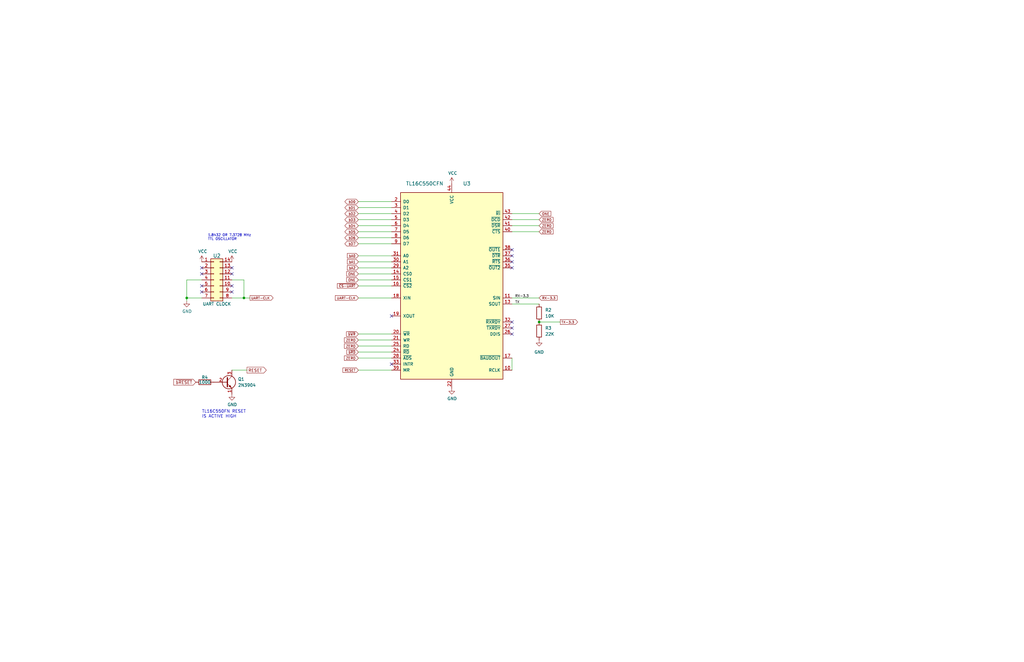
<source format=kicad_sch>
(kicad_sch (version 20211123) (generator eeschema)
  (paper "B")
  (lib_symbols
    (symbol "Connector_Generic:Conn_02x07_Counter_Clockwise" (pin_names (offset 1.016) hide)
      (property "Reference" "J" (at 1.27 10.16 0))
      (property "Value" "Conn_02x07_Counter_Clockwise" (at 1.27 -10.16 0))
      (symbol "Conn_02x07_Counter_Clockwise_1_1"
        (rectangle (start -1.27 -7.493) (end 0 -7.747) (stroke (width 0.1524)))
        (rectangle (start -1.27 -4.953) (end 0 -5.207) (stroke (width 0.1524)))
        (rectangle (start -1.27 -2.413) (end 0 -2.667) (stroke (width 0.1524)))
        (rectangle (start -1.27 0.127) (end 0 -0.127) (stroke (width 0.1524)))
        (rectangle (start -1.27 2.667) (end 0 2.413) (stroke (width 0.1524)))
        (rectangle (start -1.27 5.207) (end 0 4.953) (stroke (width 0.1524)))
        (rectangle (start -1.27 7.747) (end 0 7.493) (stroke (width 0.1524)))
        (rectangle (start -1.27 8.89) (end 3.81 -8.89) (stroke (width 0.254)) (fill (type background)))
        (rectangle (start 3.81 -7.493) (end 2.54 -7.747) (stroke (width 0.1524)))
        (rectangle (start 3.81 -4.953) (end 2.54 -5.207) (stroke (width 0.1524)))
        (rectangle (start 3.81 -2.413) (end 2.54 -2.667) (stroke (width 0.1524)))
        (rectangle (start 3.81 0.127) (end 2.54 -0.127) (stroke (width 0.1524)))
        (rectangle (start 3.81 2.667) (end 2.54 2.413) (stroke (width 0.1524)))
        (rectangle (start 3.81 5.207) (end 2.54 4.953) (stroke (width 0.1524)))
        (rectangle (start 3.81 7.747) (end 2.54 7.493) (stroke (width 0.1524)))
        (pin passive line (at -5.08 7.62 0) (length 3.81) (name "Pin_1") (number "1"))
        (pin passive line (at 7.62 -2.54 180) (length 3.81) (name "Pin_10") (number "10"))
        (pin passive line (at 7.62 0 180) (length 3.81) (name "Pin_11") (number "11"))
        (pin passive line (at 7.62 2.54 180) (length 3.81) (name "Pin_12") (number "12"))
        (pin passive line (at 7.62 5.08 180) (length 3.81) (name "Pin_13") (number "13"))
        (pin passive line (at 7.62 7.62 180) (length 3.81) (name "Pin_14") (number "14"))
        (pin passive line (at -5.08 5.08 0) (length 3.81) (name "Pin_2") (number "2"))
        (pin passive line (at -5.08 2.54 0) (length 3.81) (name "Pin_3") (number "3"))
        (pin passive line (at -5.08 0 0) (length 3.81) (name "Pin_4") (number "4"))
        (pin passive line (at -5.08 -2.54 0) (length 3.81) (name "Pin_5") (number "5"))
        (pin passive line (at -5.08 -5.08 0) (length 3.81) (name "Pin_6") (number "6"))
        (pin passive line (at -5.08 -7.62 0) (length 3.81) (name "Pin_7") (number "7"))
        (pin passive line (at 7.62 -7.62 180) (length 3.81) (name "Pin_8") (number "8"))
        (pin passive line (at 7.62 -5.08 180) (length 3.81) (name "Pin_9") (number "9"))
      )
    )
    (symbol "Device:R" (pin_numbers hide) (pin_names (offset 0))
      (property "Reference" "R" (at 2.032 0 90))
      (property "Value" "R" (at 0 0 90))
      (symbol "R_0_1"
        (rectangle (start -1.016 -2.54) (end 1.016 2.54) (stroke (width 0.254)))
      )
      (symbol "R_1_1"
        (pin passive line (at 0 3.81 270) (length 1.27) (name "~") (number "1"))
        (pin passive line (at 0 -3.81 90) (length 1.27) (name "~") (number "2"))
      )
    )
    (symbol "TL16C550CFN:TL16C550CFN-Interface_UART" (pin_names (offset 1.016))
      (property "Reference" "U14" (at 6.35 43.18 0))
      (property "Value" "TL16C550CFN-Interface_UART" (at -11.43 43.18 0))
      (symbol "TL16C550CFN-Interface_UART_1_1"
        (rectangle (start -21.59 -39.37) (end 21.59 39.37) (stroke (width 0.254)) (fill (type background)))
        (pin no_connect line (at -13.97 -44.45 90) (length 5.08) hide (name "nc") (number "1"))
        (pin input line (at 25.4 -35.56 180) (length 3.81) (name "RCLK") (number "10"))
        (pin input line (at 25.4 -5.08 180) (length 3.81) (name "SIN") (number "11"))
        (pin no_connect line (at -11.43 -44.45 90) (length 5.08) hide (name "nc") (number "12"))
        (pin output line (at 25.4 -7.62 180) (length 3.81) (name "SOUT") (number "13"))
        (pin input line (at -25.4 5.08 0) (length 3.81) (name "CS0") (number "14"))
        (pin input line (at -25.4 2.54 0) (length 3.81) (name "CS1") (number "15"))
        (pin input line (at -25.4 0 0) (length 3.81) (name "~{CS2}") (number "16"))
        (pin output line (at 25.4 -30.48 180) (length 3.81) (name "~{BAUDOUT}") (number "17"))
        (pin input line (at -25.4 -5.08 0) (length 3.81) (name "XIN") (number "18"))
        (pin output line (at -25.4 -12.7 0) (length 3.81) (name "XOUT") (number "19"))
        (pin bidirectional line (at -25.4 35.56 0) (length 3.81) (name "D0") (number "2"))
        (pin input line (at -25.4 -20.32 0) (length 3.81) (name "~{WR}") (number "20"))
        (pin input line (at -25.4 -22.86 0) (length 3.81) (name "WR") (number "21"))
        (pin power_in line (at 0 -43.18 90) (length 3.81) (name "GND") (number "22"))
        (pin no_connect line (at -8.89 -44.45 90) (length 5.08) hide (name "nc") (number "23"))
        (pin input line (at -25.4 -27.94 0) (length 3.81) (name "~{RD}") (number "24"))
        (pin input line (at -25.4 -25.4 0) (length 3.81) (name "RD") (number "25"))
        (pin output line (at 25.4 -20.32 180) (length 3.81) (name "DDIS") (number "26"))
        (pin output line (at 25.4 -17.78 180) (length 3.81) (name "~{TXRDY}") (number "27"))
        (pin input line (at -25.4 -30.48 0) (length 3.81) (name "~{ADS}") (number "28"))
        (pin input line (at -25.4 7.62 0) (length 3.81) (name "A2") (number "29"))
        (pin bidirectional line (at -25.4 33.02 0) (length 3.81) (name "D1") (number "3"))
        (pin input line (at -25.4 10.16 0) (length 3.81) (name "A1") (number "30"))
        (pin input line (at -25.4 12.7 0) (length 3.81) (name "A0") (number "31"))
        (pin output line (at 25.4 -15.24 180) (length 3.81) (name "~{RXRDY}") (number "32"))
        (pin output line (at -25.4 -33.02 0) (length 3.81) (name "INTR") (number "33"))
        (pin no_connect line (at -6.35 -44.45 90) (length 5.08) hide (name "nc") (number "34"))
        (pin output line (at 25.4 7.62 180) (length 3.81) (name "~{OUT2}") (number "35"))
        (pin output line (at 25.4 10.16 180) (length 3.81) (name "~{RTS}") (number "36"))
        (pin output line (at 25.4 12.7 180) (length 3.81) (name "~{DTR}") (number "37"))
        (pin output line (at 25.4 15.24 180) (length 3.81) (name "~{OUT1}") (number "38"))
        (pin input line (at -25.4 -35.56 0) (length 3.81) (name "MR") (number "39"))
        (pin bidirectional line (at -25.4 30.48 0) (length 3.81) (name "D2") (number "4"))
        (pin input line (at 25.4 22.86 180) (length 3.81) (name "~{CTS}") (number "40"))
        (pin input line (at 25.4 25.4 180) (length 3.81) (name "~{DSR}") (number "41"))
        (pin input line (at 25.4 27.94 180) (length 3.81) (name "~{DCD}") (number "42"))
        (pin input line (at 25.4 30.48 180) (length 3.81) (name "~{RI}") (number "43"))
        (pin power_in line (at 0 43.18 270) (length 3.81) (name "VCC") (number "44"))
        (pin bidirectional line (at -25.4 27.94 0) (length 3.81) (name "D3") (number "5"))
        (pin bidirectional line (at -25.4 25.4 0) (length 3.81) (name "D4") (number "6"))
        (pin bidirectional line (at -25.4 22.86 0) (length 3.81) (name "D5") (number "7"))
        (pin bidirectional line (at -25.4 20.32 0) (length 3.81) (name "D6") (number "8"))
        (pin bidirectional line (at -25.4 17.78 0) (length 3.81) (name "D7") (number "9"))
      )
    )
    (symbol "Transistor_BJT:2N3904" (pin_names (offset 0) hide)
      (property "Reference" "Q" (at 5.08 1.905 0))
      (property "Value" "2N3904" (at 5.08 0 0))
      (symbol "2N3904_0_1"
        (polyline (pts (xy 0.635 0.635) (xy 2.54 2.54)))
        (polyline (pts (xy 0.635 -0.635) (xy 2.54 -2.54) (xy 2.54 -2.54)))
        (polyline (pts (xy 0.635 1.905) (xy 0.635 -1.905) (xy 0.635 -1.905)) (stroke (width 0.508)))
        (polyline (pts (xy 1.27 -1.778) (xy 1.778 -1.27) (xy 2.286 -2.286) (xy 1.27 -1.778) (xy 1.27 -1.778)) (fill (type outline)))
        (circle (center 1.27 0) (radius 2.8194) (stroke (width 0.254)))
      )
      (symbol "2N3904_1_1"
        (pin passive line (at 2.54 -5.08 90) (length 2.54) (name "E") (number "1"))
        (pin passive line (at -5.08 0 0) (length 5.715) (name "B") (number "2"))
        (pin passive line (at 2.54 5.08 270) (length 2.54) (name "C") (number "3"))
      )
    )
    (symbol "power:GND" (power) (pin_names (offset 0))
      (property "Value" "GND" (at 0 -3.81 0))
      (symbol "GND_0_1"
        (polyline (pts (xy 0 0) (xy 0 -1.27) (xy 1.27 -1.27) (xy 0 -2.54) (xy -1.27 -1.27) (xy 0 -1.27)))
      )
      (symbol "GND_1_1"
        (pin power_in line (at 0 0 270) (length 0) hide (name "GND") (number "1"))
      )
    )
    (symbol "power:VCC" (power) (pin_names (offset 0))
      (property "Value" "VCC" (at 0 3.81 0))
      (symbol "VCC_0_1"
        (polyline (pts (xy -0.762 1.27) (xy 0 2.54)))
        (polyline (pts (xy 0 0) (xy 0 2.54)))
        (polyline (pts (xy 0 2.54) (xy 0.762 1.27)))
      )
      (symbol "VCC_1_1"
        (pin power_in line (at 0 0 90) (length 0) hide (name "VCC") (number "1"))
      )
    )
  )
  (junction (at 227.33 135.89))
  (junction (at 78.74 125.73))
  (junction (at 102.87 125.73))
  (no_connect (at 97.79 115.57))
  (no_connect (at 165.1 153.67))
  (no_connect (at 85.09 120.65))
  (no_connect (at 215.9 107.95))
  (no_connect (at 215.9 105.41))
  (no_connect (at 97.79 123.19))
  (no_connect (at 165.1 133.35))
  (no_connect (at 85.09 123.19))
  (no_connect (at 215.9 113.03))
  (no_connect (at 215.9 140.97))
  (no_connect (at 85.09 115.57))
  (no_connect (at 97.79 120.65))
  (no_connect (at 97.79 113.03))
  (no_connect (at 215.9 138.43))
  (no_connect (at 85.09 113.03))
  (no_connect (at 215.9 135.89))
  (no_connect (at 215.9 110.49))
  (wire (pts (xy 165.1 151.13) (xy 151.13 151.13)))
  (wire (pts (xy 78.74 118.11) (xy 78.74 125.73)))
  (wire (pts (xy 151.13 87.63) (xy 165.1 87.63)))
  (wire (pts (xy 85.09 118.11) (xy 78.74 118.11)))
  (wire (pts (xy 227.33 97.79) (xy 215.9 97.79)))
  (wire (pts (xy 215.9 95.25) (xy 227.33 95.25)))
  (wire (pts (xy 227.33 128.27) (xy 215.9 128.27)))
  (wire (pts (xy 78.74 127) (xy 78.74 125.73)))
  (wire (pts (xy 151.13 100.33) (xy 165.1 100.33)))
  (wire (pts (xy 97.79 156.21) (xy 104.14 156.21)))
  (wire (pts (xy 165.1 146.05) (xy 151.13 146.05)))
  (wire (pts (xy 102.87 125.73) (xy 105.41 125.73)))
  (wire (pts (xy 227.33 135.89) (xy 236.22 135.89)))
  (wire (pts (xy 78.74 125.73) (xy 85.09 125.73)))
  (wire (pts (xy 165.1 120.65) (xy 151.13 120.65)))
  (wire (pts (xy 165.1 113.03) (xy 151.13 113.03)))
  (wire (pts (xy 102.87 118.11) (xy 102.87 125.73)))
  (wire (pts (xy 165.1 156.21) (xy 151.13 156.21)))
  (wire (pts (xy 151.13 92.71) (xy 165.1 92.71)))
  (wire (pts (xy 165.1 143.51) (xy 151.13 143.51)))
  (wire (pts (xy 165.1 115.57) (xy 151.13 115.57)))
  (wire (pts (xy 151.13 90.17) (xy 165.1 90.17)))
  (wire (pts (xy 165.1 140.97) (xy 151.13 140.97)))
  (wire (pts (xy 215.9 90.17) (xy 227.33 90.17)))
  (wire (pts (xy 151.13 85.09) (xy 165.1 85.09)))
  (wire (pts (xy 102.87 125.73) (xy 97.79 125.73)))
  (wire (pts (xy 165.1 118.11) (xy 151.13 118.11)))
  (wire (pts (xy 97.79 118.11) (xy 102.87 118.11)))
  (wire (pts (xy 215.9 92.71) (xy 227.33 92.71)))
  (wire (pts (xy 165.1 110.49) (xy 151.13 110.49)))
  (wire (pts (xy 151.13 95.25) (xy 165.1 95.25)))
  (wire (pts (xy 165.1 148.59) (xy 151.13 148.59)))
  (wire (pts (xy 165.1 125.73) (xy 151.13 125.73)))
  (wire (pts (xy 151.13 102.87) (xy 165.1 102.87)))
  (wire (pts (xy 151.13 97.79) (xy 165.1 97.79)))
  (wire (pts (xy 227.33 125.73) (xy 215.9 125.73)))
  (wire (pts (xy 215.9 156.21) (xy 215.9 151.13)))
  (wire (pts (xy 165.1 107.95) (xy 151.13 107.95)))
  (text "1.8432 OR 7.3728 MHz\nTTL OSCILLATOR" (at 87.63 101.6 0) (effects (font (size 1.016 1.016)) (justify left bottom)))
  (text "TL16C550FN RESET\nIS ACTIVE HIGH" (at 85.09 176.53 0) (effects (font (size 1.27 1.27)) (justify left bottom)))
  (label "TX" (at 217.17 128.27 0) (effects (font (size 1.016 1.016))))
  (label "RX-3.3" (at 217.17 125.73 0) (effects (font (size 1.016 1.016))))
  (global_label "bA0" (shape input) (at 151.13 107.95 180) (effects (font (size 1.016 1.016))) (property "Intersheet References" "${INTERSHEET_REFS}" (effects hide)))
  (global_label "bD1" (shape bidirectional) (at 151.13 87.63 180) (effects (font (size 1.016 1.016))) (property "Intersheet References" "${INTERSHEET_REFS}" (effects hide)))
  (global_label "ZERO" (shape input) (at 227.33 97.79 0) (effects (font (size 1.016 1.016))) (property "Intersheet References" "${INTERSHEET_REFS}" (effects hide)))
  (global_label "bD6" (shape bidirectional) (at 151.13 100.33 180) (effects (font (size 1.016 1.016))) (property "Intersheet References" "${INTERSHEET_REFS}" (effects hide)))
  (global_label "ZERO" (shape input) (at 151.13 151.13 180) (effects (font (size 1.016 1.016))) (property "Intersheet References" "${INTERSHEET_REFS}" (effects hide)))
  (global_label "ONE" (shape input) (at 151.13 115.57 180) (effects (font (size 1.016 1.016))) (property "Intersheet References" "${INTERSHEET_REFS}" (effects hide)))
  (global_label "ZERO" (shape input) (at 227.33 92.71 0) (effects (font (size 1.016 1.016))) (property "Intersheet References" "${INTERSHEET_REFS}" (effects hide)))
  (global_label "bD3" (shape bidirectional) (at 151.13 92.71 180) (effects (font (size 1.016 1.016))) (property "Intersheet References" "${INTERSHEET_REFS}" (effects hide)))
  (global_label "ZERO" (shape input) (at 151.13 146.05 180) (effects (font (size 1.016 1.016))) (property "Intersheet References" "${INTERSHEET_REFS}" (effects hide)))
  (global_label "ZERO" (shape input) (at 151.13 143.51 180) (effects (font (size 1.016 1.016))) (property "Intersheet References" "${INTERSHEET_REFS}" (effects hide)))
  (global_label "bA2" (shape input) (at 151.13 113.03 180) (effects (font (size 1.016 1.016))) (property "Intersheet References" "${INTERSHEET_REFS}" (effects hide)))
  (global_label "ONE" (shape input) (at 151.13 118.11 180) (effects (font (size 1.016 1.016))) (property "Intersheet References" "${INTERSHEET_REFS}" (effects hide)))
  (global_label "bA1" (shape input) (at 151.13 110.49 180) (effects (font (size 1.016 1.016))) (property "Intersheet References" "${INTERSHEET_REFS}" (effects hide)))
  (global_label "RESET" (shape input) (at 151.13 156.21 180) (effects (font (size 1.016 1.016))) (property "Intersheet References" "${INTERSHEET_REFS}" (effects hide)))
  (global_label "UART-CLK" (shape input) (at 151.13 125.73 180) (effects (font (size 1.016 1.016))) (property "Intersheet References" "${INTERSHEET_REFS}" (effects hide)))
  (global_label "bD2" (shape bidirectional) (at 151.13 90.17 180) (effects (font (size 1.016 1.016))) (property "Intersheet References" "${INTERSHEET_REFS}" (effects hide)))
  (global_label "ONE" (shape input) (at 227.33 90.17 0) (effects (font (size 1.016 1.016))) (property "Intersheet References" "${INTERSHEET_REFS}" (effects hide)))
  (global_label "bD7" (shape bidirectional) (at 151.13 102.87 180) (effects (font (size 1.016 1.016))) (property "Intersheet References" "${INTERSHEET_REFS}" (effects hide)))
  (global_label "bD0" (shape bidirectional) (at 151.13 85.09 180) (effects (font (size 1.016 1.016))) (property "Intersheet References" "${INTERSHEET_REFS}" (effects hide)))
  (global_label "~{bWR}" (shape input) (at 151.13 140.97 180) (effects (font (size 1.016 1.016))) (property "Intersheet References" "${INTERSHEET_REFS}" (effects hide)))
  (global_label "TX-3.3" (shape output) (at 236.22 135.89 0) (effects (font (size 1.016 1.016))) (property "Intersheet References" "${INTERSHEET_REFS}" (effects hide)))
  (global_label "~{bRD}" (shape input) (at 151.13 148.59 180) (effects (font (size 1.016 1.016))) (property "Intersheet References" "${INTERSHEET_REFS}" (effects hide)))
  (global_label "UART-CLK" (shape output) (at 105.41 125.73 0) (effects (font (size 1.016 1.016))) (property "Intersheet References" "${INTERSHEET_REFS}" (effects hide)))
  (global_label "~{CS-UART}" (shape input) (at 151.13 120.65 180) (effects (font (size 1.016 1.016))) (property "Intersheet References" "${INTERSHEET_REFS}" (effects hide)))
  (global_label "~{bRESET}" (shape input) (at 82.55 161.29 180) (property "Intersheet References" "${INTERSHEET_REFS}" (effects hide)))
  (global_label "ZERO" (shape input) (at 227.33 95.25 0) (effects (font (size 1.016 1.016))) (property "Intersheet References" "${INTERSHEET_REFS}" (effects hide)))
  (global_label "bD5" (shape bidirectional) (at 151.13 97.79 180) (effects (font (size 1.016 1.016))) (property "Intersheet References" "${INTERSHEET_REFS}" (effects hide)))
  (global_label "RESET" (shape output) (at 104.14 156.21 0) (property "Intersheet References" "${INTERSHEET_REFS}" (effects hide)))
  (global_label "RX-3.3" (shape input) (at 227.33 125.73 0) (effects (font (size 1.016 1.016))) (property "Intersheet References" "${INTERSHEET_REFS}" (effects hide)))
  (global_label "bD4" (shape bidirectional) (at 151.13 95.25 180) (effects (font (size 1.016 1.016))) (property "Intersheet References" "${INTERSHEET_REFS}" (effects hide)))
  (symbol (lib_id "TL16C550CFN:TL16C550CFN-Interface_UART") (at 190.5 120.65 0) (unit 1)
    (property "Reference" "U3" (at 196.85 77.47 0) (effects (font (size 1.524 1.524))))
    (property "Value" "TL16C550CFN" (at 179.07 77.47 0) (effects (font (size 1.524 1.524))))
    (property "Footprint" "Package_LCC:PLCC-44_THT-Socket" (effects hide))
  )
  (symbol (lib_id "Connector_Generic:Conn_02x07_Counter_Clockwise") (at 90.17 118.11 0) (unit 1)
    (property "Reference" "U2" (at 91.44 107.95 0) (effects (font (size 1.524 1.524))))
    (property "Value" "UART CLOCK" (at 91.44 128.27 0))
    (property "Footprint" "Package_DIP:DIP-14_W7.62mm" (effects hide))
  )
  (symbol (lib_id "power:GND") (at 78.74 127 0) (unit 1)
    (property "Reference" "#PWR0103" (effects hide))
    (property "Value" "GND" (at 78.867 131.3942 0))
  )
  (symbol (lib_id "power:VCC") (at 85.09 110.49 0) (unit 1)
    (property "Reference" "#PWR0101" (effects hide))
    (property "Value" "VCC" (at 85.471 106.0958 0))
  )
  (symbol (lib_id "power:VCC") (at 97.79 110.49 0) (unit 1)
    (property "Reference" "#PWR0102" (effects hide))
    (property "Value" "VCC" (at 98.171 106.0958 0))
  )
  (symbol (lib_id "power:VCC") (at 190.5 77.47 0) (unit 1)
    (property "Reference" "#PWR012" (effects hide))
    (property "Value" "VCC" (at 190.881 73.0758 0))
  )
  (symbol (lib_id "power:GND") (at 190.5 163.83 0) (unit 1)
    (property "Reference" "#PWR015" (effects hide))
    (property "Value" "GND" (at 190.627 168.2242 0))
  )
  (symbol (lib_id "Device:R") (at 86.36 161.29 90) (unit 1)
    (property "Reference" "R4" (at 86.36 159.258 90))
    (property "Value" "1000" (at 86.36 161.29 90))
    (property "Footprint" "Resistor_THT:R_Axial_DIN0207_L6.3mm_D2.5mm_P7.62mm_Horizontal" (effects hide))
  )
  (symbol (lib_id "Device:R") (at 227.33 132.08 0) (unit 1)
    (property "Reference" "R2" (at 229.87 130.8099 0) (effects (justify left)))
    (property "Value" "10K" (at 229.87 133.3499 0) (effects (justify left)))
    (property "Footprint" "Resistor_THT:R_Axial_DIN0207_L6.3mm_D2.5mm_P7.62mm_Horizontal" (effects hide))
  )
  (symbol (lib_id "Device:R") (at 227.33 139.7 0) (unit 1)
    (property "Reference" "R3" (at 229.87 138.4299 0) (effects (justify left)))
    (property "Value" "22K" (at 229.87 140.9699 0) (effects (justify left)))
    (property "Footprint" "Resistor_THT:R_Axial_DIN0207_L6.3mm_D2.5mm_P7.62mm_Horizontal" (effects hide))
  )
  (symbol (lib_id "Transistor_BJT:2N3904") (at 95.25 161.29 0) (unit 1)
    (property "Reference" "Q1" (at 100.33 160.0199 0) (effects (justify left)))
    (property "Value" "2N3904" (at 100.33 162.5599 0) (effects (justify left)))
    (property "Footprint" "Package_TO_SOT_THT:TO-92_HandSolder" (effects hide))
    (property "Datasheet" "https://www.onsemi.com/pub/Collateral/2N3903-D.PDF" (effects hide))
  )
  (symbol (lib_id "power:GND") (at 97.79 166.37 0) (unit 1)
    (property "Reference" "#PWR016" (effects hide))
    (property "Value" "GND" (at 97.917 170.7642 0))
  )
  (symbol (lib_id "power:GND") (at 227.33 143.51 0) (unit 1)
    (property "Reference" "#PWR013" (effects hide))
    (property "Value" "GND" (at 227.33 148.59 0))
  )
)
</source>
